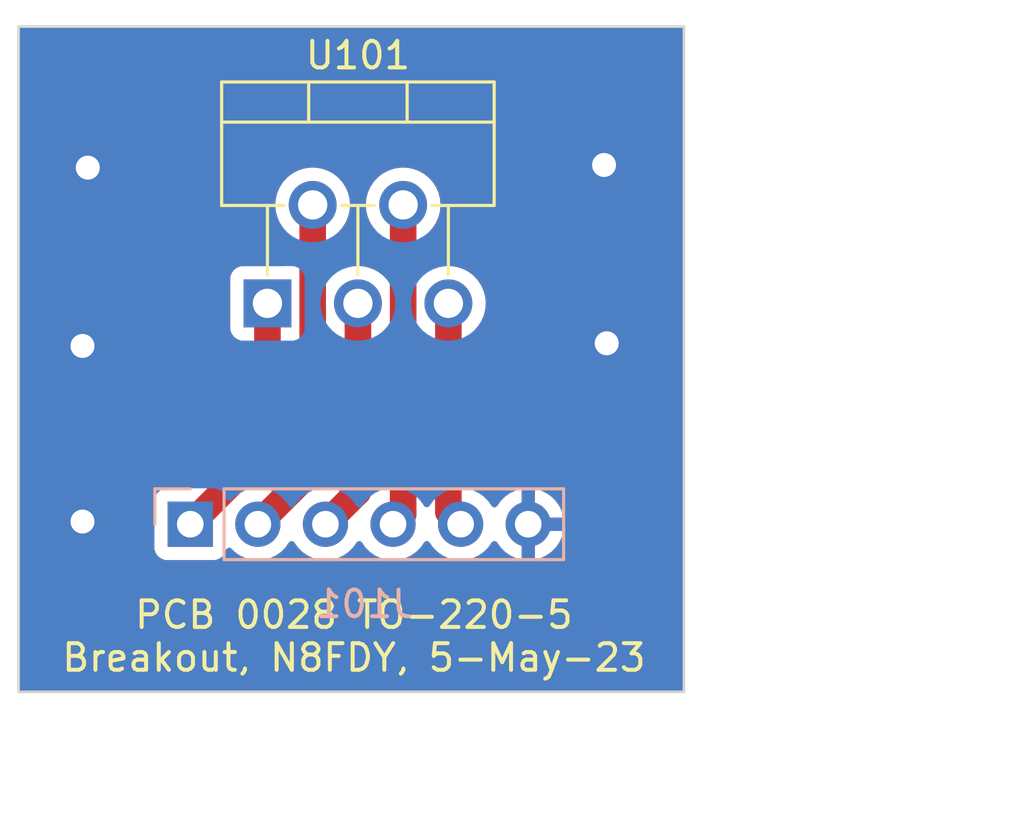
<source format=kicad_pcb>
(kicad_pcb (version 20221018) (generator pcbnew)
  (layers (0 "F.Cu" signal) (31 "B.Cu" signal) (34 "B.Paste" user) (35 "F.Paste" user) (36 "B.SilkS" user "B.Silkscreen") (37 "F.SilkS" user "F.Silkscreen") (38 "B.Mask" user) (39 "F.Mask" user) (44 "Edge.Cuts" user))
  (net 0 "")
  (net 1 "/Pin_1")
  (net 2 "/Pin_2")
  (net 3 "/Pin_3")
  (net 4 "/Pin_4")
  (net 5 "/Pin_5")
  (net 6 "GND")
  (footprint "Package_TO_SOT_THT:TO-220-5_P3.4x3.7mm_StaggerOdd_Lead3.8mm_Vertical" (layer "F.Cu") (at 134.35 77.4)
    (fp_text reference "U101" (at 3.4 -9.32) (layer "F.SilkS"))
    (fp_text value "LT3080xT")
    (fp_line (start -1.721 -8.32) (end -1.721 -3.679) (stroke (width 0.12)) (layer "F.SilkS"))
    (fp_line (start -1.721 -8.32) (end 8.52 -8.32) (stroke (width 0.12)) (layer "F.SilkS"))
    (fp_line (start -1.721 -6.811) (end 8.52 -6.811) (stroke (width 0.12)) (layer "F.SilkS"))
    (fp_line (start -1.721 -3.679) (end 0.635 -3.679) (stroke (width 0.12)) (layer "F.SilkS"))
    (fp_line (start 0 -3.679) (end 0 -1.049) (stroke (width 0.12)) (layer "F.SilkS"))
    (fp_line (start 1.55 -8.32) (end 1.55 -6.811) (stroke (width 0.12)) (layer "F.SilkS"))
    (fp_line (start 2.765 -3.679) (end 4.035 -3.679) (stroke (width 0.12)) (layer "F.SilkS"))
    (fp_line (start 3.4 -3.679) (end 3.4 -1.065) (stroke (width 0.12)) (layer "F.SilkS"))
    (fp_line (start 5.25 -8.32) (end 5.25 -6.811) (stroke (width 0.12)) (layer "F.SilkS"))
    (fp_line (start 6.165 -3.679) (end 8.52 -3.679) (stroke (width 0.12)) (layer "F.SilkS"))
    (fp_line (start 6.8 -3.679) (end 6.8 -1.065) (stroke (width 0.12)) (layer "F.SilkS"))
    (fp_line (start 8.52 -8.32) (end 8.52 -3.679) (stroke (width 0.12)) (layer "F.SilkS"))
    (pad "1" thru_hole rect (at 0 0) (size 1.8 1.8) (drill 1.1) (layers "*.Cu" "*.Mask") (net 1 "/Pin_1"))
    (pad "2" thru_hole oval (at 1.7 -3.7) (size 1.8 1.8) (drill 1.1) (layers "*.Cu" "*.Mask") (net 2 "/Pin_2"))
    (pad "3" thru_hole oval (at 3.4 0) (size 1.8 1.8) (drill 1.1) (layers "*.Cu" "*.Mask") (net 3 "/Pin_3"))
    (pad "4" thru_hole oval (at 5.1 -3.7) (size 1.8 1.8) (drill 1.1) (layers "*.Cu" "*.Mask") (net 4 "/Pin_4"))
    (pad "5" thru_hole oval (at 6.8 0) (size 1.8 1.8) (drill 1.1) (layers "*.Cu" "*.Mask") (net 5 "/Pin_5"))
  )
  (footprint "Connector_PinHeader_2.54mm:PinHeader_1x06_P2.54mm_Vertical" (layer "B.Cu") (at 131.45 85.7 -90)
    (fp_text reference "J101" (at 3 -6.54) (layer "B.SilkS") (effects (justify mirror)))
    (fp_text value "Conn_01x06")
    (fp_line (start -1.33 -14.03) (end 1.33 -14.03) (stroke (width 0.12)) (layer "B.SilkS"))
    (fp_line (start -1.33 -1.27) (end -1.33 -14.03) (stroke (width 0.12)) (layer "B.SilkS"))
    (fp_line (start -1.33 -1.27) (end 1.33 -1.27) (stroke (width 0.12)) (layer "B.SilkS"))
    (fp_line (start -1.33 0) (end -1.33 1.33) (stroke (width 0.12)) (layer "B.SilkS"))
    (fp_line (start -1.33 1.33) (end 0 1.33) (stroke (width 0.12)) (layer "B.SilkS"))
    (fp_line (start 1.33 -1.27) (end 1.33 -14.03) (stroke (width 0.12)) (layer "B.SilkS"))
    (pad "1" thru_hole rect (at 0 0 270) (size 1.7 1.7) (drill 1) (layers "*.Cu" "*.Mask") (net 1 "/Pin_1"))
    (pad "2" thru_hole oval (at 0 -2.54 270) (size 1.7 1.7) (drill 1) (layers "*.Cu" "*.Mask") (net 2 "/Pin_2"))
    (pad "3" thru_hole oval (at 0 -5.08 270) (size 1.7 1.7) (drill 1) (layers "*.Cu" "*.Mask") (net 3 "/Pin_3"))
    (pad "4" thru_hole oval (at 0 -7.62 270) (size 1.7 1.7) (drill 1) (layers "*.Cu" "*.Mask") (net 4 "/Pin_4"))
    (pad "5" thru_hole oval (at 0 -10.16 270) (size 1.7 1.7) (drill 1) (layers "*.Cu" "*.Mask") (net 5 "/Pin_5"))
    (pad "6" thru_hole oval (at 0 -12.7 270) (size 1.7 1.7) (drill 1) (layers "*.Cu" "*.Mask") (net 6 "GND"))
  )
  (gr_line (start 125 67) (end 150 67) (stroke (width 0.1)) (layer "Edge.Cuts"))
  (gr_line (start 125 92) (end 125 67) (stroke (width 0.1)) (layer "Edge.Cuts"))
  (gr_line (start 150 92) (end 125 92) (stroke (width 0.1)) (layer "Edge.Cuts"))
  (gr_line (start 150 67) (end 150 92) (stroke (width 0.1)) (layer "Edge.Cuts"))
  (gr_text "PCB 0028 TO-220-5\nBreakout, N8FDY, 5-May-23" (at 137.6 91.3) (layer "F.SilkS") (effects (font (size 1 1)) (justify bottom)))
  (segment (start 134.35 77.4) (end 134.35 82.8) (width 1) (layer "F.Cu") (net 1))
  (segment (start 134.35 82.8) (end 131.45 85.7) (width 1) (layer "F.Cu") (net 1))
  (segment (start 136.05 73.7) (end 136.05 83.64) (width 1) (layer "F.Cu") (net 2))
  (segment (start 136.05 83.64) (end 133.99 85.7) (width 1) (layer "F.Cu") (net 2))
  (segment (start 137.75 84.48) (end 136.53 85.7) (width 1) (layer "F.Cu") (net 3))
  (segment (start 137.75 77.4) (end 137.75 84.48) (width 1) (layer "F.Cu") (net 3))
  (segment (start 139.45 85.32) (end 139.07 85.7) (width 1) (layer "F.Cu") (net 4))
  (segment (start 139.45 73.7) (end 139.45 85.32) (width 1) (layer "F.Cu") (net 4))
  (segment (start 141.15 77.4) (end 141.15 85.24) (width 1) (layer "F.Cu") (net 5))
  (segment (start 141.15 85.24) (end 141.61 85.7) (width 1) (layer "F.Cu") (net 5))
  (via (at 147 72.2) (size 1.8) (drill 0.9) (layers "F.Cu" "B.Cu") (net 6))
  (via (at 127.4 79) (size 1.8) (drill 0.9) (layers "F.Cu" "B.Cu") (net 6))
  (via (at 127.4 85.6) (size 1.8) (drill 0.9) (layers "F.Cu" "B.Cu") (net 6))
  (via (at 127.6 72.3) (size 1.8) (drill 0.9) (layers "F.Cu" "B.Cu") (net 6))
  (via (at 147.1 78.9) (size 1.8) (drill 0.9) (layers "F.Cu" "B.Cu") (net 6))
  (zone (net 6) (net_name "GND") (layers "F&B.Cu") (connect_pads (clearance 0.5)) (min_thickness 0.25) (fill yes (thermal_gap 0.5) (thermal_bridge_width 0.5))
    (polygon (pts (xy 124.3 66) (xy 150.9 66) (xy 150.9 92.6) (xy 124.7 92.6) (xy 124.3 92.2)))
  )
)
</source>
